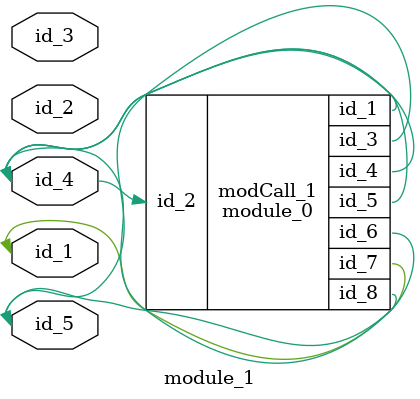
<source format=v>
module module_0 (
    id_1,
    id_2,
    id_3,
    id_4,
    id_5,
    id_6,
    id_7,
    id_8
);
  inout wire id_8;
  output wire id_7;
  output wire id_6;
  output wire id_5;
  output wire id_4;
  output wire id_3;
  input wire id_2;
  output wire id_1;
  wire id_9;
endmodule
module module_1 (
    id_1,
    id_2,
    id_3,
    id_4,
    id_5
);
  inout wire id_5;
  inout wire id_4;
  inout wire id_3;
  module_0 modCall_1 (
      id_4,
      id_4,
      id_5,
      id_4,
      id_4,
      id_4,
      id_1,
      id_5
  );
  input wire id_2;
  inout wire id_1;
endmodule

</source>
